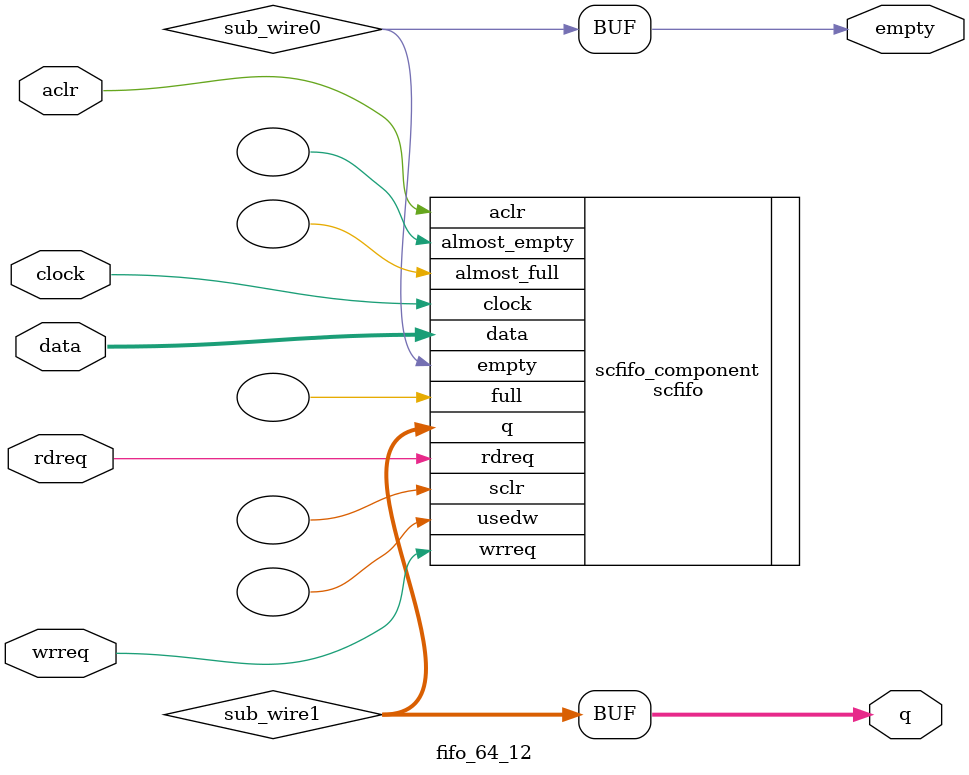
<source format=v>
module fifo_64_12 (
	aclr,
	clock,
	data,
	rdreq,
	wrreq,
	empty,
	q);
	input	  aclr;
	input	  clock;
	input	[11:0]  data;
	input	  rdreq;
	input	  wrreq;
	output	  empty;
	output	[11:0]  q;
	wire  sub_wire0;
	wire [11:0] sub_wire1;
	wire  empty = sub_wire0;
	wire [11:0] q = sub_wire1[11:0];
	scfifo	scfifo_component (
				.aclr (aclr),
				.clock (clock),
				.data (data),
				.rdreq (rdreq),
				.wrreq (wrreq),
				.empty (sub_wire0),
				.q (sub_wire1),
				.almost_empty (),
				.almost_full (),
				.full (),
				.sclr (),
				.usedw ());
	defparam
		scfifo_component.add_ram_output_register = "ON",
		scfifo_component.intended_device_family = "Stratix V",
		scfifo_component.lpm_numwords = 64,
		scfifo_component.lpm_showahead = "ON",
		scfifo_component.lpm_type = "scfifo",
		scfifo_component.lpm_width = 12,
		scfifo_component.lpm_widthu = 6,
		scfifo_component.overflow_checking = "OFF",
		scfifo_component.underflow_checking = "OFF",
		scfifo_component.use_eab = "ON";
endmodule
</source>
